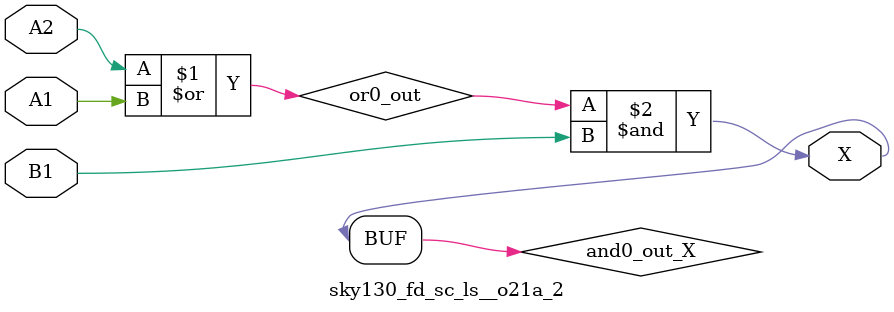
<source format=v>
/*
 * Copyright 2020 The SkyWater PDK Authors
 *
 * Licensed under the Apache License, Version 2.0 (the "License");
 * you may not use this file except in compliance with the License.
 * You may obtain a copy of the License at
 *
 *     https://www.apache.org/licenses/LICENSE-2.0
 *
 * Unless required by applicable law or agreed to in writing, software
 * distributed under the License is distributed on an "AS IS" BASIS,
 * WITHOUT WARRANTIES OR CONDITIONS OF ANY KIND, either express or implied.
 * See the License for the specific language governing permissions and
 * limitations under the License.
 *
 * SPDX-License-Identifier: Apache-2.0
*/


`ifndef SKY130_FD_SC_LS__O21A_2_FUNCTIONAL_V
`define SKY130_FD_SC_LS__O21A_2_FUNCTIONAL_V

/**
 * o21a: 2-input OR into first input of 2-input AND.
 *
 *       X = ((A1 | A2) & B1)
 *
 * Verilog simulation functional model.
 */

`timescale 1ns / 1ps
`default_nettype none

`celldefine
module sky130_fd_sc_ls__o21a_2 (
    X ,
    A1,
    A2,
    B1
);

    // Module ports
    output X ;
    input  A1;
    input  A2;
    input  B1;

    // Local signals
    wire or0_out   ;
    wire and0_out_X;

    //  Name  Output      Other arguments
    or  or0  (or0_out   , A2, A1         );
    and and0 (and0_out_X, or0_out, B1    );
    buf buf0 (X         , and0_out_X     );

endmodule
`endcelldefine

`default_nettype wire
`endif  // SKY130_FD_SC_LS__O21A_2_FUNCTIONAL_V

</source>
